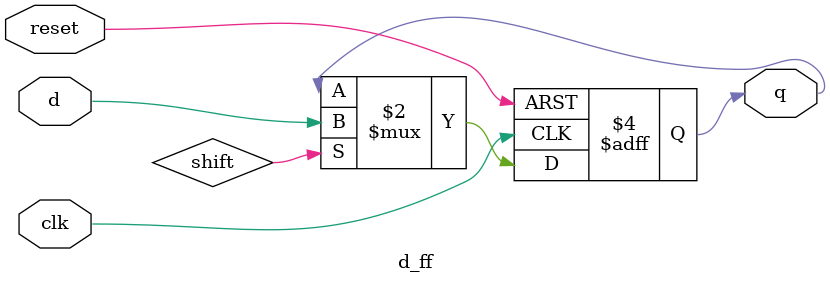
<source format=sv>
`timescale 1ns / 1ps


module d_ff(d, q, clk, reset);
    input logic d, clk, reset;
    output logic q;
    
    always_ff @ (posedge clk, posedge reset)
        if (reset) q <= 0;
        else if (shift) q <= d;
endmodule

</source>
